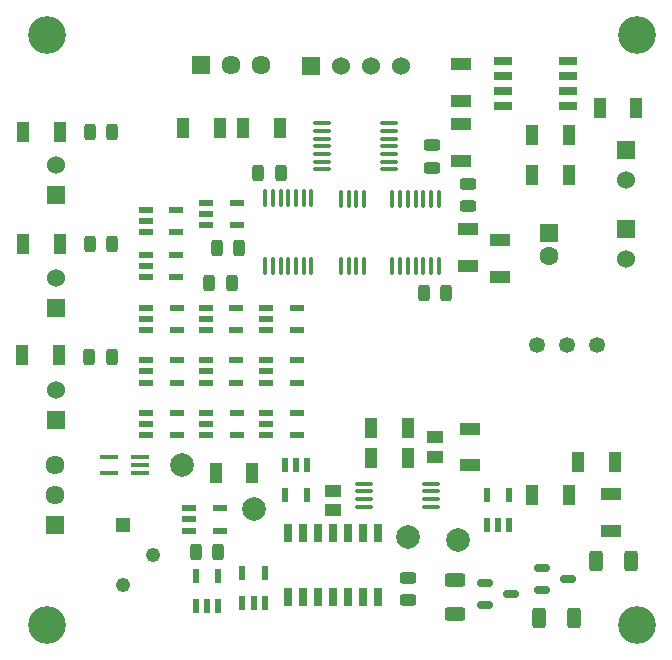
<source format=gbr>
%TF.GenerationSoftware,KiCad,Pcbnew,8.0.0*%
%TF.CreationDate,2024-04-17T18:05:47+02:00*%
%TF.ProjectId,TSAL,5453414c-2e6b-4696-9361-645f70636258,V2.1*%
%TF.SameCoordinates,Original*%
%TF.FileFunction,Soldermask,Top*%
%TF.FilePolarity,Negative*%
%FSLAX46Y46*%
G04 Gerber Fmt 4.6, Leading zero omitted, Abs format (unit mm)*
G04 Created by KiCad (PCBNEW 8.0.0) date 2024-04-17 18:05:47*
%MOMM*%
%LPD*%
G01*
G04 APERTURE LIST*
G04 Aperture macros list*
%AMRoundRect*
0 Rectangle with rounded corners*
0 $1 Rounding radius*
0 $2 $3 $4 $5 $6 $7 $8 $9 X,Y pos of 4 corners*
0 Add a 4 corners polygon primitive as box body*
4,1,4,$2,$3,$4,$5,$6,$7,$8,$9,$2,$3,0*
0 Add four circle primitives for the rounded corners*
1,1,$1+$1,$2,$3*
1,1,$1+$1,$4,$5*
1,1,$1+$1,$6,$7*
1,1,$1+$1,$8,$9*
0 Add four rect primitives between the rounded corners*
20,1,$1+$1,$2,$3,$4,$5,0*
20,1,$1+$1,$4,$5,$6,$7,0*
20,1,$1+$1,$6,$7,$8,$9,0*
20,1,$1+$1,$8,$9,$2,$3,0*%
G04 Aperture macros list end*
%ADD10RoundRect,0.243750X0.243750X0.456250X-0.243750X0.456250X-0.243750X-0.456250X0.243750X-0.456250X0*%
%ADD11RoundRect,0.250000X0.625000X-0.312500X0.625000X0.312500X-0.625000X0.312500X-0.625000X-0.312500X0*%
%ADD12R,1.150000X0.600000*%
%ADD13R,1.050000X1.800000*%
%ADD14R,1.528000X0.650000*%
%ADD15RoundRect,0.243750X-0.243750X-0.456250X0.243750X-0.456250X0.243750X0.456250X-0.243750X0.456250X0*%
%ADD16R,1.800000X1.050000*%
%ADD17C,3.200000*%
%ADD18R,1.470000X1.070000*%
%ADD19RoundRect,0.100000X-0.100000X0.637500X-0.100000X-0.637500X0.100000X-0.637500X0.100000X0.637500X0*%
%ADD20RoundRect,0.243750X-0.456250X0.243750X-0.456250X-0.243750X0.456250X-0.243750X0.456250X0.243750X0*%
%ADD21RoundRect,0.250000X-0.312500X-0.625000X0.312500X-0.625000X0.312500X0.625000X-0.312500X0.625000X0*%
%ADD22RoundRect,0.100000X-0.637500X-0.100000X0.637500X-0.100000X0.637500X0.100000X-0.637500X0.100000X0*%
%ADD23R,1.530000X1.530000*%
%ADD24C,1.530000*%
%ADD25R,0.650000X1.525000*%
%ADD26R,1.600000X1.600000*%
%ADD27C,1.600000*%
%ADD28RoundRect,0.150000X-0.512500X-0.150000X0.512500X-0.150000X0.512500X0.150000X-0.512500X0.150000X0*%
%ADD29R,1.610000X1.610000*%
%ADD30C,1.610000*%
%ADD31R,0.600000X1.150000*%
%ADD32C,2.000000*%
%ADD33C,1.350000*%
%ADD34R,1.217000X1.217000*%
%ADD35C,1.217000*%
%ADD36R,1.500000X0.400000*%
%ADD37RoundRect,0.250000X0.312500X0.625000X-0.312500X0.625000X-0.312500X-0.625000X0.312500X-0.625000X0*%
%ADD38RoundRect,0.100000X0.100000X-0.637500X0.100000X0.637500X-0.100000X0.637500X-0.100000X-0.637500X0*%
G04 APERTURE END LIST*
D10*
%TO.C,D5*%
X119047500Y-48260000D03*
X117172500Y-48260000D03*
%TD*%
D11*
%TO.C,R38*%
X137287000Y-79313500D03*
X137287000Y-76388500D03*
%TD*%
D12*
%TO.C,G5*%
X116205000Y-57790000D03*
X116205000Y-58740000D03*
X116205000Y-59690000D03*
X118805000Y-59690000D03*
X118805000Y-57790000D03*
%TD*%
D13*
%TO.C,R2*%
X103860000Y-38465000D03*
X100760000Y-38465000D03*
%TD*%
D14*
%TO.C,TI1*%
X141434000Y-32497500D03*
X141434000Y-33767500D03*
X141434000Y-35037500D03*
X141434000Y-36307500D03*
X146856000Y-36307500D03*
X146856000Y-35037500D03*
X146856000Y-33767500D03*
X146856000Y-32497500D03*
%TD*%
D13*
%TO.C,R6*%
X143865000Y-69215000D03*
X146965000Y-69215000D03*
%TD*%
D15*
%TO.C,D3*%
X106452500Y-47990000D03*
X108327500Y-47990000D03*
%TD*%
D16*
%TO.C,R23*%
X137795000Y-35840000D03*
X137795000Y-32740000D03*
%TD*%
D17*
%TO.C,H1*%
X152750000Y-30250000D03*
%TD*%
D18*
%TO.C,C23*%
X127000000Y-70474000D03*
X127000000Y-68834000D03*
%TD*%
D19*
%TO.C,CP4*%
X135935000Y-44127500D03*
X135285000Y-44127500D03*
X134635000Y-44127500D03*
X133985000Y-44127500D03*
X133335000Y-44127500D03*
X132685000Y-44127500D03*
X132035000Y-44127500D03*
X132035000Y-49852500D03*
X132685000Y-49852500D03*
X133335000Y-49852500D03*
X133985000Y-49852500D03*
X134635000Y-49852500D03*
X135285000Y-49852500D03*
X135935000Y-49852500D03*
%TD*%
D12*
%TO.C,CP1*%
X114828800Y-70322400D03*
X114828800Y-71272400D03*
X114828800Y-72222400D03*
X117428800Y-72222400D03*
X117428800Y-70322400D03*
%TD*%
D19*
%TO.C,CP3*%
X125160600Y-49829600D03*
X124510600Y-49829600D03*
X123860600Y-49829600D03*
X123210600Y-49829600D03*
X122560600Y-49829600D03*
X121910600Y-49829600D03*
X121260600Y-49829600D03*
X121260600Y-44104600D03*
X121910600Y-44104600D03*
X122560600Y-44104600D03*
X123210600Y-44104600D03*
X123860600Y-44104600D03*
X124510600Y-44104600D03*
X125160600Y-44104600D03*
%TD*%
D20*
%TO.C,D2*%
X133350000Y-76200000D03*
X133350000Y-78075000D03*
%TD*%
D16*
%TO.C,R30*%
X138557000Y-66701000D03*
X138557000Y-63601000D03*
%TD*%
D21*
%TO.C,R40*%
X144460500Y-79629000D03*
X147385500Y-79629000D03*
%TD*%
D13*
%TO.C,R20*%
X117068000Y-67310000D03*
X120168000Y-67310000D03*
%TD*%
D22*
%TO.C,CP5*%
X129598500Y-68240000D03*
X129598500Y-68890000D03*
X129598500Y-69540000D03*
X129598500Y-70190000D03*
X135323500Y-70190000D03*
X135323500Y-69540000D03*
X135323500Y-68890000D03*
X135323500Y-68240000D03*
%TD*%
D16*
%TO.C,R24*%
X137795000Y-40920000D03*
X137795000Y-37820000D03*
%TD*%
D10*
%TO.C,D9*%
X118405950Y-51243969D03*
X116530950Y-51243969D03*
%TD*%
D23*
%TO.C,J7*%
X125095000Y-32902680D03*
D24*
X127635000Y-32902680D03*
X130175000Y-32902680D03*
X132715000Y-32902680D03*
%TD*%
D25*
%TO.C,DL1*%
X123190000Y-77814000D03*
X124460000Y-77814000D03*
X125730000Y-77814000D03*
X127000000Y-77814000D03*
X128270000Y-77814000D03*
X129540000Y-77814000D03*
X130810000Y-77814000D03*
X130810000Y-72390000D03*
X129540000Y-72390000D03*
X128270000Y-72390000D03*
X127000000Y-72390000D03*
X125730000Y-72390000D03*
X124460000Y-72390000D03*
X123190000Y-72390000D03*
%TD*%
D13*
%TO.C,R7*%
X103785000Y-57375000D03*
X100685000Y-57375000D03*
%TD*%
D12*
%TO.C,G3*%
X111155000Y-53345000D03*
X111155000Y-54295000D03*
X111155000Y-55245000D03*
X113755000Y-55245000D03*
X113755000Y-53345000D03*
%TD*%
%TO.C,G13*%
X121315000Y-57790000D03*
X121315000Y-58740000D03*
X121315000Y-59690000D03*
X123915000Y-59690000D03*
X123915000Y-57790000D03*
%TD*%
D23*
%TO.C,J6*%
X151840000Y-46720000D03*
D24*
X151840000Y-49260000D03*
%TD*%
D16*
%TO.C,R25*%
X138430000Y-46710000D03*
X138430000Y-49810000D03*
%TD*%
D26*
%TO.C,C13*%
X145295120Y-47012197D03*
D27*
X145295120Y-49012197D03*
%TD*%
D23*
%TO.C,J2*%
X103505000Y-53340000D03*
D24*
X103505000Y-50800000D03*
%TD*%
D28*
%TO.C,Q3*%
X144658500Y-75377000D03*
X144658500Y-77277000D03*
X146933500Y-76327000D03*
%TD*%
D17*
%TO.C,H2*%
X102750000Y-30250000D03*
%TD*%
D12*
%TO.C,G12*%
X121315000Y-53345000D03*
X121315000Y-54295000D03*
X121315000Y-55245000D03*
X123915000Y-55245000D03*
X123915000Y-53345000D03*
%TD*%
%TO.C,G10*%
X116235000Y-44450000D03*
X116235000Y-45400000D03*
X116235000Y-46350000D03*
X118835000Y-46350000D03*
X118835000Y-44450000D03*
%TD*%
%TO.C,G4*%
X111155000Y-57790000D03*
X111155000Y-58740000D03*
X111155000Y-59690000D03*
X113755000Y-59690000D03*
X113755000Y-57790000D03*
%TD*%
%TO.C,G9*%
X116205000Y-53345000D03*
X116205000Y-54295000D03*
X116205000Y-55245000D03*
X118805000Y-55245000D03*
X118805000Y-53345000D03*
%TD*%
D29*
%TO.C,J8*%
X115815000Y-32827680D03*
D30*
X118355000Y-32827680D03*
X120895000Y-32827680D03*
%TD*%
D13*
%TO.C,R22*%
X122480000Y-38100000D03*
X119380000Y-38100000D03*
%TD*%
D12*
%TO.C,G2*%
X111125000Y-48895000D03*
X111125000Y-49845000D03*
X111125000Y-50795000D03*
X113725000Y-50795000D03*
X113725000Y-48895000D03*
%TD*%
D16*
%TO.C,R48*%
X150571200Y-72263600D03*
X150571200Y-69163600D03*
%TD*%
D31*
%TO.C,G14*%
X124794648Y-66646481D03*
X123844648Y-66646481D03*
X122894648Y-66646481D03*
X122894648Y-69246481D03*
X124794648Y-69246481D03*
%TD*%
D13*
%TO.C,R46*%
X143839600Y-42113200D03*
X146939600Y-42113200D03*
%TD*%
D18*
%TO.C,C22*%
X135636000Y-64331000D03*
X135636000Y-65971000D03*
%TD*%
D12*
%TO.C,G1*%
X111125000Y-45085000D03*
X111125000Y-46035000D03*
X111125000Y-46985000D03*
X113725000Y-46985000D03*
X113725000Y-45085000D03*
%TD*%
D13*
%TO.C,R18*%
X143865000Y-38735000D03*
X146965000Y-38735000D03*
%TD*%
D31*
%TO.C,G16*%
X119319000Y-78389000D03*
X120269000Y-78389000D03*
X121219000Y-78389000D03*
X121219000Y-75789000D03*
X119319000Y-75789000D03*
%TD*%
D13*
%TO.C,R26*%
X133312500Y-63500000D03*
X130212500Y-63500000D03*
%TD*%
D12*
%TO.C,G7*%
X111155000Y-62235000D03*
X111155000Y-63185000D03*
X111155000Y-64135000D03*
X113755000Y-64135000D03*
X113755000Y-62235000D03*
%TD*%
%TO.C,G11*%
X121315000Y-62235000D03*
X121315000Y-63185000D03*
X121315000Y-64135000D03*
X123915000Y-64135000D03*
X123915000Y-62235000D03*
%TD*%
D32*
%TO.C,TP3*%
X137541000Y-73025000D03*
%TD*%
D20*
%TO.C,D11*%
X135339243Y-39618325D03*
X135339243Y-41493325D03*
%TD*%
D29*
%TO.C,J4*%
X103430000Y-71755000D03*
D30*
X103430000Y-69215000D03*
X103430000Y-66675000D03*
%TD*%
D32*
%TO.C,TP2*%
X114173000Y-66675000D03*
%TD*%
D13*
%TO.C,R4*%
X103860000Y-47990000D03*
X100760000Y-47990000D03*
%TD*%
%TO.C,R47*%
X150851200Y-66446400D03*
X147751200Y-66446400D03*
%TD*%
%TO.C,R21*%
X117400000Y-38100000D03*
X114300000Y-38100000D03*
%TD*%
D17*
%TO.C,H4*%
X152750000Y-80250000D03*
%TD*%
D13*
%TO.C,R27*%
X130212500Y-66040000D03*
X133312500Y-66040000D03*
%TD*%
D23*
%TO.C,J9*%
X151765000Y-40005000D03*
D24*
X151765000Y-42545000D03*
%TD*%
D15*
%TO.C,D10*%
X120680000Y-41910000D03*
X122555000Y-41910000D03*
%TD*%
%TO.C,D4*%
X106377500Y-57515000D03*
X108252500Y-57515000D03*
%TD*%
D33*
%TO.C,PS1*%
X149342320Y-56515000D03*
X146802320Y-56515000D03*
X144262320Y-56515000D03*
%TD*%
D32*
%TO.C,TP1*%
X120323416Y-70374163D03*
%TD*%
D15*
%TO.C,D1*%
X106452500Y-38465000D03*
X108327500Y-38465000D03*
%TD*%
D10*
%TO.C,D8*%
X136568634Y-52080993D03*
X134693634Y-52080993D03*
%TD*%
D22*
%TO.C,U1*%
X131767500Y-37747159D03*
X131767500Y-38397159D03*
X131767500Y-39047159D03*
X131767500Y-39697159D03*
X131767500Y-40347159D03*
X131767500Y-40997159D03*
X131767500Y-41647159D03*
X126042500Y-41647159D03*
X126042500Y-40997159D03*
X126042500Y-40347159D03*
X126042500Y-39697159D03*
X126042500Y-39047159D03*
X126042500Y-38397159D03*
X126042500Y-37747159D03*
%TD*%
D34*
%TO.C,RV1*%
X109215000Y-71755000D03*
D35*
X111755000Y-74295000D03*
X109215000Y-76835000D03*
%TD*%
D36*
%TO.C,U2*%
X110677000Y-67325000D03*
X110677000Y-66675000D03*
X110677000Y-66025000D03*
X108017000Y-66025000D03*
X108017000Y-67325000D03*
%TD*%
D31*
%TO.C,G8*%
X140020000Y-71785000D03*
X140970000Y-71785000D03*
X141920000Y-71785000D03*
X141920000Y-69185000D03*
X140020000Y-69185000D03*
%TD*%
D12*
%TO.C,G6*%
X116235000Y-62235000D03*
X116235000Y-63185000D03*
X116235000Y-64135000D03*
X118835000Y-64135000D03*
X118835000Y-62235000D03*
%TD*%
D17*
%TO.C,H3*%
X102750000Y-80250000D03*
%TD*%
D13*
%TO.C,R45*%
X149580000Y-36474400D03*
X152680000Y-36474400D03*
%TD*%
D23*
%TO.C,J1*%
X103505000Y-43815000D03*
D24*
X103505000Y-41275000D03*
%TD*%
D23*
%TO.C,J3*%
X103505000Y-62865000D03*
D24*
X103505000Y-60325000D03*
%TD*%
D15*
%TO.C,D6*%
X115394500Y-74041000D03*
X117269500Y-74041000D03*
%TD*%
D31*
%TO.C,G15*%
X115382000Y-78643000D03*
X116332000Y-78643000D03*
X117282000Y-78643000D03*
X117282000Y-76043000D03*
X115382000Y-76043000D03*
%TD*%
D20*
%TO.C,D7*%
X138430000Y-42877500D03*
X138430000Y-44752500D03*
%TD*%
D37*
%TO.C,R37*%
X152211500Y-74803000D03*
X149286500Y-74803000D03*
%TD*%
D38*
%TO.C,CP2*%
X127676000Y-49852500D03*
X128326000Y-49852500D03*
X128976000Y-49852500D03*
X129626000Y-49852500D03*
X129626000Y-44127500D03*
X128976000Y-44127500D03*
X128326000Y-44127500D03*
X127676000Y-44127500D03*
%TD*%
D16*
%TO.C,R28*%
X141096870Y-50726974D03*
X141096870Y-47626974D03*
%TD*%
D28*
%TO.C,Q4*%
X139832500Y-76647000D03*
X139832500Y-78547000D03*
X142107500Y-77597000D03*
%TD*%
D32*
%TO.C,TP4*%
X133350000Y-72771000D03*
%TD*%
M02*

</source>
